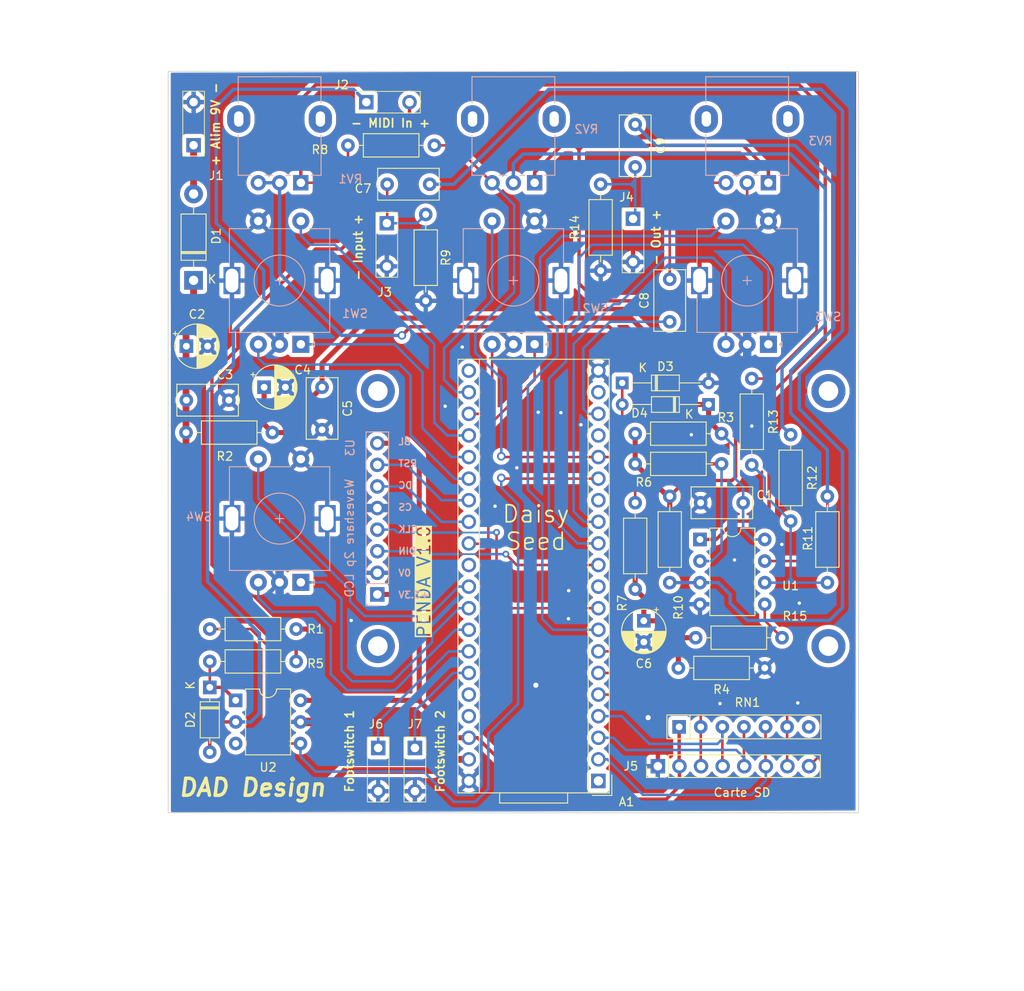
<source format=kicad_pcb>
(kicad_pcb (version 20240108) (generator "pcbnew") (generator_version "8.0")
  (title_block (title "Daisy Pedal") (date "2024-03-12") (rev "1.0") (company "Home (DADD)"))
  (layers (0 "F.Cu" signal) (31 "B.Cu" signal) (34 "B.Paste" user) (35 "F.Paste" user) (36 "B.SilkS" user "B.Silkscreen") (37 "F.SilkS" user "F.Silkscreen") (38 "B.Mask" user) (39 "F.Mask" user) (44 "Edge.Cuts" user))
  (net 0 "")
  (net 2 "Net-(A1-SD_DATA_3)")
  (net 3 "Net-(A1-SD_DATA_2)")
  (net 4 "Net-(A1-SD_DATA_1)")
  (net 5 "Net-(A1-SD_DATA_0)")
  (net 6 "Net-(A1-SD_CMD)")
  (net 7 "Net-(A1-SD_CLK)")
  (net 8 "/D7")
  (net 9 "SCK")
  (net 11 "MOSI")
  (net 12 "/D11")
  (net 13 "/D12")
  (net 15 "Net-(A1-USART1_RX)")
  (net 16 "Net-(A1-AUDIO_IN_1)")
  (net 18 "Net-(A1-AUDIO_OUT_1)")
  (net 20 "GND")
  (net 22 "/D15")
  (net 23 "/D16")
  (net 24 "/D17")
  (net 25 "/D18")
  (net 26 "/D19")
  (net 27 "/D20")
  (net 28 "/D21")
  (net 29 "/D22")
  (net 31 "/D24")
  (net 32 "/D25")
  (net 33 "/D26")
  (net 34 "/D27")
  (net 35 "/D28")
  (net 38 "3.3V Digi")
  (net 39 "9V Digi")
  (net 40 "9V Ana")
  (net 41 "VA")
  (net 42 "Net-(J3-+)")
  (net 43 "Net-(U1A-+)")
  (net 44 "Net-(C8-Pad2)")
  (net 45 "Net-(C9-Pad1)")
  (net 46 "Net-(J4-Pin_1)")
  (net 47 "Net-(D1-A)")
  (net 48 "Net-(D2-K)")
  (net 49 "Net-(D2-A)")
  (net 50 "Net-(J2-Pin_2)")
  (net 51 "Net-(U1A--)")
  (net 52 "Net-(R8-Pad1)")
  (net 53 "Net-(U1B--)")
  (net 54 "Net-(R12-Pad2)")
  (net 55 "Net-(R13-Pad2)")
  (net 56 "Net-(U1B-+)")
  (footprint "Resistor_THT:R_Axial_DIN0207_L6.3mm_D2.5mm_P10.16mm_Horizontal" (layer "F.Cu") (at 98.044 75.692 90)
    (property "Reference" "R13")
    (property "Value" "4.7K")
  )
  (footprint "Diode_THT:D_DO-34_SOD68_P10.16mm_Horizontal" (layer "F.Cu") (at 92.964 68.58 180)
    (property "Reference" "D4")
    (property "Value" "6.8 V")
  )
  (footprint "Resistor_THT:R_Axial_DIN0207_L6.3mm_D2.5mm_P10.16mm_Horizontal" (layer "F.Cu") (at 31.496 71.882)
    (property "Reference" "R2")
    (property "Value" "100")
  )
  (footprint "Module:Electrosmith_Daisy_Seed" (layer "F.Cu") (at 80 112.86 180)
    (property "Reference" "A1")
    (property "Value" "Electrosmith_Daisy_Seed")
  )
  (footprint "Diode_THT:D_DO-35_SOD27_P7.62mm_Horizontal" (layer "F.Cu") (at 34.29 101.854 -90)
    (property "Reference" "D2")
    (property "Value" "1N914")
  )
  (footprint "Resistor_THT:R_Axial_DIN0207_L6.3mm_D2.5mm_P10.16mm_Horizontal" (layer "F.Cu") (at 80.264 42.672 -90)
    (property "Reference" "R14")
    (property "Value" "100k")
  )
  (footprint "Resistor_THT:R_Axial_DIN0207_L6.3mm_D2.5mm_P10.16mm_Horizontal" (layer "F.Cu") (at 94.488 72.009 180)
    (property "Reference" "R3")
    (property "Value" "4.7k")
  )
  (footprint "Capacitor_THT:C_Rect_L7.0mm_W3.5mm_P5.00mm" (layer "F.Cu") (at 55.158 42.672)
    (property "Reference" "C7")
    (property "Value" "220n")
  )
  (footprint "Package_DIP:DIP-6_W7.62mm" (layer "F.Cu") (at 37.338 103.378)
    (property "Reference" "U2")
    (property "Value" "H11L1")
  )
  (footprint "Diode_THT:D_DO-41_SOD81_P10.16mm_Horizontal" (layer "F.Cu") (at 32.385 53.975 90)
    (property "Reference" "D1")
    (property "Value" "1N5818")
  )
  (footprint "@Perso:PinHeader_1x02_P5.08mm_Vertical" (layer "F.Cu") (at 52.705 33.02 90)
    (property "Reference" "J2")
    (property "Value" "Jack MIDI")
  )
  (footprint "@Perso:PinHeader_1x02_P5.08mm_Vertical" (layer "F.Cu") (at 58.42 108.981)
    (property "Reference" "J7")
    (property "Value" "Switch 2")
  )
  (footprint "Capacitor_THT:C_Rect_L7.0mm_W3.5mm_P5.00mm" (layer "F.Cu") (at 88.392 58.848 90)
    (property "Reference" "C8")
    (property "Value" "470n")
  )
  (footprint "Capacitor_THT:CP_Radial_D5.0mm_P2.50mm" (layer "F.Cu") (at 31.536 61.722)
    (property "Reference" "C2")
    (property "Value" "100u")
  )
  (footprint "Resistor_THT:R_Axial_DIN0207_L6.3mm_D2.5mm_P10.16mm_Horizontal" (layer "F.Cu") (at 88.392 89.535 90)
    (property "Reference" "R10")
    (property "Value" "1M")
  )
  (footprint "Resistor_THT:R_Axial_DIN0207_L6.3mm_D2.5mm_P10.16mm_Horizontal" (layer "F.Cu") (at 102.616 82.296 90)
    (property "Reference" "R12")
    (property "Value" "4.7K")
  )
  (footprint "Capacitor_THT:CP_Radial_D5.0mm_P2.50mm" (layer "F.Cu") (at 40.68 66.548)
    (property "Reference" "C4")
    (property "Value" "100u")
  )
  (footprint "Resistor_THT:R_Axial_DIN0207_L6.3mm_D2.5mm_P10.16mm_Horizontal" (layer "F.Cu") (at 84.328 80.137 -90)
    (property "Reference" "R7")
    (property "Value" "10k")
  )
  (footprint "Capacitor_THT:C_Rect_L7.0mm_W3.5mm_P5.00mm" (layer "F.Cu") (at 47.498 66.548 -90)
    (property "Reference" "C5")
    (property "Value" "100n")
  )
  (footprint "Connector_PinHeader_2.54mm:PinHeader_1x08_P2.54mm_Vertical" (layer "F.Cu") (at 86.995 111.125 90)
    (property "Reference" "J5")
    (property "Value" "Carte SD")
  )
  (footprint "@Perso:PinHeader_1x02_P5.08mm_Vertical" (layer "F.Cu") (at 55.118 47.259)
    (property "Reference" "J3")
    (property "Value" "In")
  )
  (footprint "Resistor_THT:R_Axial_DIN0207_L6.3mm_D2.5mm_P10.16mm_Horizontal" (layer "F.Cu") (at 34.29 94.996)
    (property "Reference" "R1")
    (property "Value" "470")
  )
  (footprint "Resistor_THT:R_Axial_DIN0207_L6.3mm_D2.5mm_P10.16mm_Horizontal" (layer "F.Cu") (at 84.328 75.565)
    (property "Reference" "R6")
    (property "Value" "2.2k")
  )
  (footprint "@Perso:PinHeader_1x02_P5.08mm_Vertical" (layer "F.Cu") (at 32.385 38.085 180)
    (property "Reference" "J1")
    (property "Value" "Alim 9v")
  )
  (footprint "Resistor_THT:R_Axial_DIN0207_L6.3mm_D2.5mm_P10.16mm_Horizontal" (layer "F.Cu") (at 50.546 38.1)
    (property "Reference" "R8")
    (property "Value" "10k")
  )
  (footprint "Diode_THT:D_DO-34_SOD68_P10.16mm_Horizontal" (layer "F.Cu") (at 82.804 66.04)
    (property "Reference" "D3")
    (property "Value" "6.8 V")
  )
  (footprint "Capacitor_THT:C_Rect_L7.0mm_W3.5mm_P5.00mm" (layer "F.Cu") (at 97.028 80.137 180)
    (property "Reference" "C1")
    (property "Value" "10n")
  )
  (footprint "Capacitor_THT:CP_Radial_D5.0mm_P2.50mm" (layer "F.Cu") (at 85.344 94.02 -90)
    (property "Reference" "C6")
    (property "Value" "100u")
  )
  (footprint "Capacitor_THT:C_Rect_L7.0mm_W3.5mm_P5.00mm" (layer "F.Cu") (at 84.328 35.64 -90)
    (property "Reference" "C9")
    (property "Value" "470n")
  )
  (footprint "Capacitor_THT:C_Rect_L7.0mm_W3.5mm_P5.00mm" (layer "F.Cu") (at 31.536 68.072)
    (property "Reference" "C3")
    (property "Value" "100n")
  )
  (footprint "Package_DIP:DIP-8_W7.62mm" (layer "F.Cu") (at 91.948 84.455)
    (property "Reference" "U1")
    (property "Value" "TL072")
  )
  (footprint "@Perso:PinHeader_1x02_P5.08mm_Vertical" (layer "F.Cu") (at 84.074 46.736)
    (property "Reference" "J4")
    (property "Value" "Out")
  )
  (footprint "Resistor_THT:R_Axial_DIN0207_L6.3mm_D2.5mm_P10.16mm_Horizontal" (layer "F.Cu") (at 59.69 46.228 -90)
    (property "Reference" "R9")
    (property "Value" "1M")
  )
  (footprint "Resistor_THT:R_Axial_DIN0207_L6.3mm_D2.5mm_P10.16mm_Horizontal" (layer "F.Cu") (at 91.44 96.012)
    (property "Reference" "R15")
    (property "Value" "1M" (hide yes))
  )
  (footprint "@Perso:PinHeader_1x02_P5.08mm_Vertical" (layer "F.Cu") (at 54.102 108.981)
    (property "Reference" "J6")
    (property "Value" "Switch 1")
  )
  (footprint "Resistor_THT:R_Array_SIP7" (layer "F.Cu") (at 89.5 106.5)
    (property "Reference" "RN1")
    (property "Value" "47K" (hide yes))
  )
  (footprint "Resistor_THT:R_Axial_DIN0207_L6.3mm_D2.5mm_P10.16mm_Horizontal" (layer "F.Cu") (at 99.568 99.568 180)
    (property "Reference" "R4")
    (property "Value" "4.7k")
  )
  (footprint "Resistor_THT:R_Axial_DIN0207_L6.3mm_D2.5mm_P10.16mm_Horizontal" (layer "F.Cu") (at 106.934 79.375 -90)
    (property "Reference" "R11")
    (property "Value" "4.7K")
  )
  (footprint "Resistor_THT:R_Axial_DIN0207_L6.3mm_D2.5mm_P10.16mm_Horizontal" (layer "F.Cu") (at 34.29 98.806)
    (property "Reference" "R5")
    (property "Value" "220")
  )
  (footprint "@Perso:RotaryEncoder_Alps_EC11E-Switch_Vertical_H20mm_Center" (layer "B.Cu") (at 42.5 82 90)
    (property "Reference" "SW4")
    (property "Value" "Main")
  )
  (footprint "@Perso:Potentiometer_Alpha_RD901F-40-00D_Single_Vertical_Center" (layer "B.Cu") (at 45 42.5 90)
    (property "Reference" "RV1")
    (property "Value" "22k")
  )
  (footprint "@Perso:Potentiometer_Alpha_RD901F-40-00D_Single_Vertical_Center" (layer "B.Cu") (at 72.5 42.5 90)
    (property "Reference" "RV2")
    (property "Value" "47k")
  )
  (footprint "@Perso:RotaryEncoder_Alps_EC11E-Switch_Vertical_H20mm_Center" (layer "B.Cu") (at 42.5 54 90)
    (property "Reference" "SW1")
    (property "Value" "Param 1")
  )
  (footprint "@Perso:RotaryEncoder_Alps_EC11E-Switch_Vertical_H20mm_Center" (layer "B.Cu") (at 70 54 90)
    (property "Reference" "SW2")
    (property "Value" "Param 2")
  )
  (footprint "@Perso:RotaryEncoder_Alps_EC11E-Switch_Vertical_H20mm_Center" (layer "B.Cu") (at 97.5 54 90)
    (property "Reference" "SW3")
    (property "Value" "Param 3")
  )
  (footprint "@Perso:Potentiometer_Alpha_RD901F-40-00D_Single_Vertical_Center" (layer "B.Cu") (at 100 42.5 90)
    (property "Reference" "RV3")
    (property "Value" "47k")
  )
  (footprint "@Perso:Waveshare 2 p LCD V2" (layer "B.Cu") (at 54.06 82)
    (property "Reference" "U3")
    (property "Value" "~")
  )
  (gr_rect (start 29.4 29.4) (end 110.6 116.6) (stroke (width 0.1)) (fill none) (layer "Edge.Cuts"))
  (gr_text "BL\n\nRST\n\nDC\n\nCS\n\nCLK\n\nDIN\n\n0V\n\n+3.3V" (at 56.388 91.44 0) (layer "B.SilkS") (effects (font (size 0.8 0.8) (thickness 0.16) (bold yes)) (justify right bottom mirror)))
  (gr_text "Waveshare 2p LCD" (at 51.308 77.216 90) (layer "B.SilkS") (effects (font (size 1 1)) (justify left bottom mirror)))
  (gr_text " - Out +" (at 87.376 53.086 90) (layer "F.SilkS") (effects (font (size 1 1) (thickness 0.2) (bold yes)) (justify left bottom)))
  (gr_text "- MIDI In +" (at 50.8 36.068 0) (layer "F.SilkS") (effects (font (size 1 1) (thickness 0.2) (bold yes)) (justify left bottom)))
  (gr_text " - Input +" (at 52.324 54.864 90) (layer "F.SilkS") (effects (font (size 1 1) (thickness 0.2) (bold yes)) (justify left bottom)))
  (gr_text "Carte SD" (at 93.472 114.808 0) (layer "F.SilkS") (effects (font (size 1 1)) (justify left bottom)))
  (gr_text "+ Alim 9V -" (at 35.56 40.64 90) (layer "F.SilkS") (effects (font (size 1 1) (thickness 0.2) (bold yes)) (justify left bottom)))
  (gr_text "Footswitch 2" (at 61.976 114.3 90) (layer "F.SilkS") (effects (font (size 1 1) (thickness 0.2) (bold yes)) (justify left bottom)))
  (gr_text "PENDA V1.0" (at 60.3504 96.1644 90) (layer "F.SilkS" knockout) (effects (font (size 1.5 1.5) (thickness 0.2) (bold yes)) (justify left bottom)))
  (gr_text "Daisy\nSeed" (at 72.644 85.852 0) (layer "F.SilkS") (effects (font (size 2 2) (thickness 0.2) (bold yes)) (justify bottom)))
  (gr_text "DAD Design" (at 30.48 114.808 0) (layer "F.SilkS") (effects (font (size 2 2) (thickness 0.4) (bold yes) (italic yes)) (justify left bottom)))
  (gr_text "Footswitch 1" (at 51.308 114.3 90) (layer "F.SilkS") (effects (font (size 1 1) (thickness 0.2) (bold yes)) (justify left bottom)))
  (segment (start 99.66 106.5) (end 99.66 111.09) (width 0.3) (layer "F.Cu") (net 2))
  (segment (start 99.66 111.09) (end 99.695 111.125) (width 0.3) (layer "F.Cu") (net 2))
  (segment (start 99.695 112.805) (end 98 114.5) (width 0.3) (layer "B.Cu") (net 2))
  (segment (start 98 114.5) (end 85.25 114.5) (width 0.3) (layer "B.Cu") (net 2))
  (segment (start 99.695 111.125) (end 99.695 112.805) (width 0.3) (layer "B.Cu") (net 2))
  (segment (start 81.07 110.32) (end 80 110.32) (width 0.3) (layer "B.Cu") (net 2))
  (segment (start 85.25 114.5) (end 81.07 110.32) (width 0.3) (layer "B.Cu") (net 2))
  (segment (start 97.12 111.09) (end 97.155 111.125) (width 0.3) (layer "F.Cu") (net 3))
  (segment (start 97.12 106.5) (end 97.12 111.09) (width 0.3) (layer "F.Cu") (net 3))
  (segment (start 81.78 107.78) (end 80 107.78) (width 0.3) (layer "B.Cu") (net 3))
  (segment (start 96.22 109.22) (end 83.22 109.22) (width 0.3) (layer "B.Cu") (net 3))
  (segment (start 97.155 110.155) (end 96.22 109.22) (width 0.3) (layer "B.Cu") (net 3))
  (segment (start 97.155 111.125) (end 97.155 110.155) (width 0.3) (layer "B.Cu") (net 3))
  (segment (start 83.22 109.22) (end 81.78 107.78) (width 0.3) (layer "B.Cu") (net 3))
  (segment (start 94.58 106.5) (end 94.58 111.09) (width 0.3) (layer "F.Cu") (net 4))
  (segment (start 94.58 111.09) (end 94.615 111.125) (width 0.3) (layer "F.Cu") (net 4))
  (segment (start 80 105.24) (end 82.74 105.24) (width 0.3) (layer "B.Cu") (net 4))
  (segment (start 86 108.5) (end 94 108.5) (width 0.3) (layer "B.Cu") (net 4))
  (segment (start 94.58 106.5) (end 94.58 107.92) (width 0.3) (layer "B.Cu") (net 4))
  (segment (start 94.58 107.92) (end 94 108.5) (width 0.3) (layer "B.Cu") (net 4))
  (segment (start 82.74 105.24) (end 86 108.5) (width 0.3) (layer "B.Cu") (net 4))
  (segment (start 92.04 111.09) (end 92.075 111.125) (width 0.3) (layer "F.Cu") (net 5))
  (segment (start 92.04 106.5) (end 92.04 105.04) (width 0.3) (layer "F.Cu") (net 5))
  (segment (start 90.5 103.5) (end 82 103.5) (width 0.3) (layer "F.Cu") (net 5))
  (segment (start 82 103.5) (end 81.2 102.7) (width 0.3) (layer "F.Cu") (net 5))
  (segment (start 92.04 105.04) (end 90.5 103.5) (width 0.3) (layer "F.Cu") (net 5))
  (segment (start 92.04 106.5) (end 92.04 111.09) (width 0.3) (layer "F.Cu") (net 5))
  (segment (start 81.2 102.7) (end 80 102.7) (width 0.3) (layer "F.Cu") (net 5))
  (segment (start 102.2 106.5) (end 102.2 105.2) (width 0.3) (layer "F.Cu") (net 6))
  (segment (start 102.2 111.09) (end 102.235 111.125) (width 0.3) (layer "F.Cu") (net 6))
  (segment (start 102.2 106.5) (end 102.2 111.09) (width 0.3) (layer "F.Cu") (net 6))
  (segment (start 102.2 105.2) (end 99.5 102.5) (width 0.3) (layer "F.Cu") (net 6))
  (segment (start 99.5 102.5) (end 83.75 102.5) (width 0.3) (layer "F.Cu") (net 6))
  (segment (start 81.41 100.16) (end 80 100.16) (width 0.3) (layer "F.Cu") (net 6))
  (segment (start 83.75 102.5) (end 81.41 100.16) (width 0.3) (layer "F.Cu") (net 6))
  (segment (start 104.775 111.125) (end 107 108.9) (width 0.3) (layer "F.Cu") (net 7))
  (segment (start 81.62 97.62) (end 80 97.62) (width 0.3) (layer "F.Cu") (net 7))
  (segment (start 85.5 101.5) (end 81.62 97.62) (width 0.3) (layer "F.Cu") (net 7))
  (segment (start 103.5 101.5) (end 85.5 101.5) (width 0.3) (layer "F.Cu") (net 7))
  (segment (start 107 105) (end 103.5 101.5) (width 0.3) (layer "F.Cu") (net 7))
  (segment (start 107 108.9) (end 107 105) (width 0.3) (layer "F.Cu") (net 7))
  (segment (start 74.6838 95.08) (end 80 95.08) (width 0.3) (layer "B.Cu") (net 8))
  (segment (start 71.7042 66.3448) (end 71.7042 78.5876) (width 0.3) (layer "B.Cu") (net 8))
  (segment (start 73.152 51.308) (end 73.152 57.658) (width 0.3) (layer "B.Cu") (net 8))
  (segment (start 93.232 48.768) (end 75.692 48.768) (width 0.3) (layer "B.Cu") (net 8))
  (segment (start 71.7042 78.5876) (end 73.406 80.2894) (width 0.3) (layer "B.Cu") (net 8))
  (segment (start 95 47) (end 93.232 48.768) (width 0.3) (layer "B.Cu") (net 8))
  (segment (start 75.184 62.865) (end 71.7042 66.3448) (width 0.3) (layer "B.Cu") (net 8))
  (segment (start 73.152 57.658) (end 75.184 59.69) (width 0.3) (layer "B.Cu") (net 8))
  (segment (start 73.406 80.2894) (end 73.406 93.8022) (width 0.3) (layer "B.Cu") (net 8))
  (segment (start 73.406 93.8022) (end 74.6838 95.08) (width 0.3) (layer "B.Cu") (net 8))
  (segment (start 75.692 48.768) (end 73.152 51.308) (width 0.3) (layer "B.Cu") (net 8))
  (segment (start 75.184 59.69) (end 75.184 62.865) (width 0.3) (layer "B.Cu") (net 8))
  (segment (start 68.0212 90.805) (end 69.7562 92.54) (width 0.3) (layer "F.Cu") (net 9))
  (segment (start 69.7562 92.54) (end 80 92.54) (width 0.3) (layer "F.Cu") (net 9))
  (segment (start 68.0212 83.6168) (end 68.0212 90.805) (width 0.3) (layer "F.Cu") (net 9))
  (via (at 68.0212 83.6168) (size 0.8) (drill 0.4) (layers "F.Cu" "B.Cu") (net 9))
  (segment (start 67.945 83.6422) (end 67.9196 83.6422) (width 0.3) (layer "B.Cu") (net 9))
  (segment (start 67.9958 83.6422) (end 68.0212 83.6168) (width 0.3) (layer "B.Cu") (net 9))
  (segment (start 54 83.3) (end 56.0204 83.3) (width 0.3) (layer "B.Cu") (net 9))
  (segment (start 63.4746 83.6422) (end 66.0146 83.6422) (width 0.2) (layer "B.Cu") (net 9))
  (segment (start 56.0204 83.3) (end 56.3626 83.6422) (width 0.3) (layer "B.Cu") (net 9))
  (segment (start 66.0146 83.6422) (end 67.9958 83.6422) (width 0.3) (layer "B.Cu") (net 9))
  (segment (start 56.3626 83.6422) (end 63.4746 83.6422) (width 0.3) (layer "B.Cu") (net 9))
  (segment (start 68.0212 83.6168) (end 67.945 83.6422) (width 0.3) (layer "B.Cu") (net 9))
  (segment (start 67.8942 83.6422) (end 68.0212 83.6168) (width 0.3) (layer "B.Cu") (net 9))
  (segment (start 66.0146 83.6422) (end 67.8942 83.6422) (width 0.2) (layer "B.Cu") (net 9))
  (segment (start 70.3834 87.4522) (end 70.5612 87.4522) (width 0.3) (layer "F.Cu") (net 11))
  (segment (start 70.5612 87.4522) (end 70.569 87.46) (width 0.3) (layer "F.Cu") (net 11))
  (segment (start 70.569 87.46) (end 80 87.46) (width 0.3) (layer "F.Cu") (net 11))
  (segment (start 69.1134 86.1822) (end 70.3834 87.4522) (width 0.3) (layer "F.Cu") (net 11))
  (via (at 69.1134 86.1822) (size 0.8) (drill 0.4) (layers "F.Cu" "B.Cu") (net 11))
  (segment (start 54 85.84) (end 59.9066 85.84) (width 0.3) (layer "B.Cu") (net 11))
  (segment (start 63.3222 86.1822) (end 66.0146 86.1822) (width 0.2) (layer "B.Cu") (net 11))
  (segment (start 59.9066 85.84) (end 60.2488 86.1822) (width 0.3) (layer "B.Cu") (net 11))
  (segment (start 60.2488 86.1822) (end 63.3222 86.1822) (width 0.3) (layer "B.Cu") (net 11))
  (segment (start 66.0146 86.1822) (end 69.1134 86.1822) (width 0.3) (layer "B.Cu") (net 11))
  (segment (start 76.2 59.7154) (end 76.2 63.5) (width 0.3) (layer "B.Cu") (net 12))
  (segment (start 100 61.5) (end 100 52.756) (width 0.3) (layer "B.Cu") (net 12))
  (segment (start 100 52.756) (end 97.028 49.784) (width 0.3) (layer "B.Cu") (net 12))
  (segment (start 76.2 63.5) (end 74.168 65.532) (width 0.3) (layer "B.Cu") (net 12))
  (segment (start 74.168 65.532) (end 74.168 81.534) (width 0.3) (layer "B.Cu") (net 12))
  (segment (start 77.554 84.92) (end 80 84.92) (width 0.3) (layer "B.Cu") (net 12))
  (segment (start 77.724 58.1914) (end 76.2 59.7154) (width 0.3) (layer "B.Cu") (net 12))
  (segment (start 97.028 49.784) (end 79.248 49.784) (width 0.3) (layer "B.Cu") (net 12))
  (segment (start 74.168 81.534) (end 77.554 84.92) (width 0.3) (layer "B.Cu") (net 12))
  (segment (start 79.248 49.784) (end 77.724 51.308) (width 0.3) (layer "B.Cu") (net 12))
  (segment (start 77.724 51.308) (end 77.724 58.1914) (width 0.3) (layer "B.Cu") (net 12))
  (segment (start 80 82.38) (end 78.316 82.38) (width 0.3) (layer "B.Cu") (net 13))
  (segment (start 77.089 61.468) (end 81.788 56.769) (width 0.3) (layer "B.Cu") (net 13))
  (segment (start 82.423 56.769) (end 81.788 56.769) (width 0.3) (layer "B.Cu") (net 13))
  (segment (start 93.472 51.308) (end 87.884 51.308) (width 0.3) (layer "B.Cu") (net 13))
  (segment (start 78.316 82.38) (end 77.089 81.153) (width 0.3) (layer "B.Cu") (net 13))
  (segment (start 95 52.836) (end 93.472 51.308) (width 0.3) (layer "B.Cu") (net 13))
  (segment (start 95 52.836) (end 95 61.5) (width 0.3) (layer "B.Cu") (net 13))
  (segment (start 87.884 51.308) (end 82.423 56.769) (width 0.3) (layer "B.Cu") (net 13))
  (segment (start 77.089 81.153) (end 77.089 61.468) (width 0.3) (layer "B.Cu") (net 13))
  (segment (start 42.926 108.458) (end 44.958 108.458) (width 0.3) (layer "F.Cu") (net 15))
  (segment (start 34.29 94.996) (end 39.116 94.996) (width 0.3) (layer "F.Cu") (net 15))
  (segment (start 68.664 77.3) (end 80 77.3) (width 0.3) (layer "F.Cu") (net 15))
  (segment (start 39.116 94.996) (end 41.148 97.028) (width 0.3) (layer "F.Cu") (net 15))
  (segment (start 68.58 77.216) (end 68.664 77.3) (width 0.3) (layer "F.Cu") (net 15))
  (segment (start 41.148 106.68) (end 42.926 108.458) (width 0.3) (layer "F.Cu") (net 15))
  (segment (start 41.148 97.028) (end 41.148 106.68) (width 0.3) (layer "F.Cu") (net 15))
  (via (at 68.58 77.216) (size 1) (drill 0.6) (layers "F.Cu" "B.Cu") (net 15))
  (segment (start 46.736 111.76) (end 44.958 109.982) (width 0.3) (layer "B.Cu") (net 15))
  (segment (start 68.58 78.359) (end 70.5612 80.3402) (width 0.3) (layer "B.Cu") (net 15))
  (segment (start 70.5612 103.8098) (end 67.056 107.315) (width 0.3) (layer "B.Cu") (net 15))
  (segment (start 62.992 115.316) (end 59.436 111.76) (width 0.3) (layer "B.Cu") (net 15))
  (segment (start 70.5612 80.3402) (end 70.5612 103.8098) (width 0.3) (layer "B.Cu") (net 15))
  (segment (start 68.58 77.216) (end 68.58 78.359) (width 0.3) (layer "B.Cu") (net 15))
  (segment (start 65.532 115.316) (end 62.992 115.316) (width 0.3) (layer "B.Cu") (net 15))
  (segment (start 67.056 107.315) (end 67.056 113.792) (width 0.3) (layer "B.Cu") (net 15))
  (segment (start 59.436 111.76) (end 46.736 111.76) (width 0.3) (layer "B.Cu") (net 15))
  (segment (start 67.056 113.792) (end 65.532 115.316) (width 0.3) (layer "B.Cu") (net 15))
  (segment (start 44.958 109.982) (end 44.958 108.458) (width 0.3) (layer "B.Cu") (net 15))
  (segment (start 82.296 74.168) (end 82.296 74.676) (width 0.3) (layer "F.Cu") (net 16))
  (segment (start 82.804 66.04) (end 82.804 68.58) (width 0.3) (layer "F.Cu") (net 16))
  (segment (start 82.804 70.104) (end 82.296 70.612) (width 0.3) (layer "F.Cu") (net 16))
  (segment (start 63.1 38.1) (end 67.5 42.5) (width 0.3) (layer "F.Cu") (net 16))
  (segment (start 81.872 74.76) (end 82.296 75.184) (width 0.3) (layer "F.Cu") (net 16))
  (segment (start 68.58 74.676) (end 68.664 74.76) (width 0.3) (layer "F.Cu") (net 16))
  (segment (start 82.804 68.58) (end 82.804 70.104) (width 0.3) (layer "F.Cu") (net 16))
  (segment (start 81.788 74.76) (end 82.212 74.76) (width 0.3) (layer "F.Cu") (net 16))
  (segment (start 82.296 74.676) (end 82.296 75.184) (width 0.3) (layer "F.Cu") (net 16))
  (segment (start 82.212 74.76) (end 82.296 74.676) (width 0.3) (layer "F.Cu") (net 16))
  (segment (start 82.296 74.168) (end 82.296 74.252) (width 0.3) (layer "F.Cu") (net 16))
  (segment (start 80 74.76) (end 81.788 74.76) (width 0.3) (layer "F.Cu") (net 16))
  (segment (start 82.296 74.252) (end 81.788 74.76) (width 0.3) (layer "F.Cu") (net 16))
  (segment (start 84.328 78.74) (end 84.328 80.137) (width 0.3) (layer "F.Cu") (net 16))
  (segment (start 81.788 74.76) (end 81.872 74.76) (width 0.3) (layer "F.Cu") (net 16))
  (segment (start 82.296 76.708) (end 84.328 78.74) (width 0.3) (layer "F.Cu") (net 16))
  (segment (start 68.664 74.76) (end 80 74.76) (width 0.3) (layer "F.Cu") (net 16))
  (segment (start 82.296 70.612) (end 82.296 74.168) (width 0.3) (layer "F.Cu") (net 16))
  (segment (start 60.706 38.1) (end 63.1 38.1) (width 0.3) (layer "F.Cu") (net 16))
  (segment (start 82.296 75.184) (end 82.296 76.708) (width 0.3) (layer "F.Cu") (net 16))
  (via (at 68.58 74.676) (size 1) (drill 0.6) (layers "F.Cu" "B.Cu") (net 16))
  (segment (start 65.532 59.944) (end 70.104 55.372) (width 0.3) (layer "B.Cu") (net 16))
  (segment (start 70.104 45.104) (end 67.5 42.5) (width 0.3) (layer "B.Cu") (net 16))
  (segment (start 68.58 65.532) (end 65.532 62.484) (width 0.3) (layer "B.Cu") (net 16))
  (segment (start 70.104 55.372) (end 70.104 45.104) (width 0.3) (layer "B.Cu") (net 16))
  (segment (start 68.58 74.676) (end 68.58 65.532) (width 0.3) (layer "B.Cu") (net 16))
  (segment (start 65.532 62.484) (end 65.532 59.944) (width 0.3) (layer "B.Cu") (net 16))
  (segment (start 81.36 58.848) (end 81.28 58.928) (width 0.3) (layer "B.Cu") (net 18))
  (segment (start 81.28 58.928) (end 78.232 61.976) (width 0.3) (layer "B.Cu") (net 18))
  (segment (start 88.392 58.848) (end 81.36 58.848) (width 0.3) (layer "B.Cu") (net 18))
  (segment (start 78.232 61.976) (end 78.232 69.088) (width 0.3) (layer "B.Cu") (net 18))
  (segment (start 78.824 69.68) (end 80 69.68) (width 0.3) (layer "B.Cu") (net 18))
  (segment (start 78.232 69.088) (end 78.824 69.68) (width 0.3) (layer "B.Cu") (net 18))
  (segment (start 44.958 105.918) (end 47.498 105.918) (width 1) (layer "F.Cu") (net 20))
  (via (at 90.932 72.136) (size 0.8) (drill 0.4) (layers "F.Cu" "B.Cu") (net 20))
  (via (at 101.5746 85.0392) (size 0.8) (drill 0.4) (layers "F.Cu" "B.Cu") (net 20))
  (via (at 94.3102 103.759) (size 0.8) (drill 0.4) (layers "F.Cu" "B.Cu") (net 20))
  (via (at 103.4542 103.6828) (size 0.8) (drill 0.4) (layers "F.Cu" "B.Cu") (net 20))
  (via (at 72.644 101.6) (size 1) (drill 0.6) (layers "F.Cu" "B.Cu") (net 20))
  (via (at 85.852 105.41) (size 1) (drill 0.6) (layers "F.Cu" "B.Cu") (net 20))
  (via (at 103.632 91.948) (size 0.8) (drill 0.4) (layers "F.Cu" "B.Cu") (net 20))
  (via (at 96.012 86.868) (size 0.8) (drill 0.4) (layers "F.Cu" "B.Cu") (net 20))
  (via (at 76.4794 93.7768) (size 0.8) (drill 0.4) (layers "F.Cu" "B.Cu") (net 20))
  (via (at 50.927 93.98) (size 0.8) (drill 0.4) (layers "F.Cu" "B.Cu") (net 20))
  (via (at 76.5048 90.4748) (size 0.8) (drill 0.4) (layers "F.Cu" "B.Cu") (net 20))
  (via (at 63.9826 61.8236) (size 0.8) (drill 0.4) (layers "F.Cu" "B.Cu") (net 20))
  (via (at 77.9526 70.9676) (size 0.8) (drill 0.4) (layers "F.Cu" "B.Cu") (net 20))
  (via (at 70.4088 76.0222) (size 0.8) (drill 0.4) (layers "F.Cu" "B.Cu") (net 20))
  (via (at 67.8434 80.5434) (size 0.8) (drill 0.4) (layers "F.Cu" "B.Cu") (net 20))
  (via (at 75.5904 69.5452) (size 0.8) (drill 0.4) (layers "F.Cu" "B.Cu") (net 20))
  (via (at 61.976 68.7832) (size 0.8) (drill 0.4) (layers "F.Cu" "B.Cu") (net 20))
  (via (at 72.9234 69.4944) (size 0.8) (drill 0.4) (layers "F.Cu" "B.Cu") (net 20))
  (via (at 98.044 71.12) (size 0.8) (drill 0.4) (layers "F.Cu" "B.Cu") (net 20))
  (segment (start 42.5 61.5) (end 42.5 58.756) (width 1) (layer "B.Cu") (net 20))
  (segment (start 42.5 87.712) (end 42.5 89.5) (width 1) (layer "B.Cu") (net 20))
  (segment (start 42.5 58.756) (end 42.164 58.42) (width 1) (layer "B.Cu") (net 20))
  (segment (start 42.5 89.5) (end 42.5 91.268) (width 1) (layer "B.Cu") (net 20))
  (segment (start 54 80.76) (end 55.868 80.76) (width 1) (layer "B.Cu") (net 20))
  (segment (start 42.672 91.44) (end 42.5 91.268) (width 1) (layer "B.Cu") (net 20))
  (segment (start 97.5 62.956) (end 97.5 61.5) (width 1) (layer "B.Cu") (net 20))
  (segment (start 97.5 62.956) (end 97.536 62.992) (width 1) (layer "B.Cu") (net 20))
  (segment (start 51.828 80.76) (end 54 80.76) (width 1) (layer "B.Cu") (net 20))
  (segment (start 42.5 87.712) (end 42.164 87.376) (width 1) (layer "B.Cu") (net 20))
  (segment (start 51.828 80.76) (end 51.816 80.772) (width 1) (layer "B.Cu") (net 20))
  (segment (start 97.5 61.5) (end 97.5 58.964) (width 1) (layer "B.Cu") (net 20))
  (segment (start 55.868 80.76) (end 55.88 80.772) (width 1) (layer "B.Cu") (net 20))
  (segment (start 67.5 47) (end 67.5 56.325) (width 0.3) (layer "B.Cu") (net 22))
  (segment (start 67.5 56.325) (end 61.849 61.976) (width 0.3) (layer "B.Cu") (net 22))
  (segment (start 63.33 67.14) (end 64.76 67.14) (width 0.3) (layer "B.Cu") (net 22))
  (segment (start 61.849 61.976) (end 61.849 65.659) (width 0.3) (layer "B.Cu") (net 22))
  (segment (start 61.849 65.659) (end 63.33 67.14) (width 0.3) (layer "B.Cu") (net 22))
  (segment (start 66.929 69.723) (end 67.5 69.152) (width 0.3) (layer "F.Cu") (net 23))
  (segment (start 66.886 69.68) (end 66.929 69.723) (width 0.3) (layer "F.Cu") (net 23))
  (segment (start 64.76 69.68) (end 66.886 69.68) (width 0.3) (layer "F.Cu") (net 23))
  (segment (start 67.5 69.152) (end 67.5 61.5) (width 0.3) (layer "F.Cu") (net 23))
  (segment (start 46.101 49.784) (end 49.022 49.784) (width 0.3) (layer "B.Cu") (net 24))
  (segment (start 49.022 49.784) (end 60.706 61.468) (width 0.3) (layer "B.Cu") (net 24))
  (segment (start 45 48.683) (end 46.101 49.784) (width 0.3) (layer "B.Cu") (net 24))
  (segment (start 62.2124 72.22) (end 64.76 72.22) (width 0.3) (layer "B.Cu") (net 24))
  (segment (start 60.706 70.7136) (end 62.2124 72.22) (width 0.3) (layer "B.Cu") (net 24))
  (segment (start 60.706 61.468) (end 60.706 70.7136) (width 0.3) (layer "B.Cu") (net 24))
  (segment (start 45 47) (end 45 48.683) (width 0.3) (layer "B.Cu") (net 24))
  (segment (start 45 61.5) (end 56.039 61.5) (width 0.3) (layer "B.Cu") (net 25))
  (segment (start 62.695 74.76) (end 64.76 74.76) (width 0.3) (layer "B.Cu") (net 25))
  (segment (start 59.309 71.374) (end 62.695 74.76) (width 0.3) (layer "B.Cu") (net 25))
  (segment (start 59.309 64.77) (end 59.309 71.374) (width 0.3) (layer "B.Cu") (net 25))
  (segment (start 56.039 61.5) (end 59.309 64.77) (width 0.3) (layer "B.Cu") (net 25))
  (segment (start 40 63.124) (end 40.503 63.627) (width 0.3) (layer "B.Cu") (net 26))
  (segment (start 40 61.5) (end 40 63.124) (width 0.3) (layer "B.Cu") (net 26))
  (segment (start 40.513 63.627) (end 40.767 63.881) (width 0.3) (layer "B.Cu") (net 26))
  (segment (start 56.642 63.881) (end 57.912 65.151) (width 0.3) (layer "B.Cu") (net 26))
  (segment (start 40.503 63.627) (end 40.513 63.627) (width 0.3) (layer "B.Cu") (net 26))
  (segment (start 40.767 63.881) (end 56.642 63.881) (width 0.3) (layer "B.Cu") (net 26))
  (segment (start 57.912 65.151) (end 57.912 72.136) (width 0.3) (layer "B.Cu") (net 26))
  (segment (start 63.076 77.3) (end 64.76 77.3) (width 0.3) (layer "B.Cu") (net 26))
  (segment (start 57.912 72.136) (end 63.076 77.3) (width 0.3) (layer "B.Cu") (net 26))
  (segment (start 57.392 75.68) (end 61.552 79.84) (width 0.3) (layer "B.Cu") (net 27))
  (segment (start 61.552 79.84) (end 64.76 79.84) (width 0.3) (layer "B.Cu") (net 27))
  (segment (start 54 75.68) (end 57.392 75.68) (width 0.3) (layer "B.Cu") (net 27))
  (segment (start 61.552 82.38) (end 64.76 82.38) (width 0.3) (layer "B.Cu") (net 28))
  (segment (start 57.392 78.22) (end 61.552 82.38) (width 0.3) (layer "B.Cu") (net 28))
  (segment (start 54 78.22) (end 57.392 78.22) (width 0.3) (layer "B.Cu") (net 28))
  (segment (start 67.056 84.328) (end 67.056 71.12) (width 0.3) (layer "F.Cu") (net 29))
  (segment (start 64.803 84.963) (end 66.421 84.963) (width 0.3) (layer "F.Cu") (net 29))
  (segment (start 64.803 84.963) (end 64.76 84.92) (width 0.25) (layer "F.Cu") (net 29))
  (segment (start 67.056 71.12) (end 72.5 65.676) (width 0.3) (layer "F.Cu") (net 29))
  (segment (start 66.421 84.963) (end 67.056 84.328) (width 0.3) (layer "F.Cu") (net 29))
  (segment (start 72.5 65.676) (end 72.5 61.5) (width 0.3) (layer "F.Cu") (net 29))
  (segment (start 40 75) (end 40 79.624) (width 0.3) (layer "B.Cu") (net 31))
  (segment (start 40 79.624) (end 50.8 90.424) (width 0.3) (layer "B.Cu") (net 31))
  (segment (start 52.523106 93.472) (end 60.085919 93.472) (width 0.3) (layer "B.Cu") (net 31))
  (segment (start 50.8 91.748894) (end 52.523106 93.472) (width 0.3) (layer "B.Cu") (net 31))
  (segment (start 63.557919 90) (end 64.76 90) (width 0.3) (layer "B.Cu") (net 31))
  (segment (start 50.8 90.424) (end 50.8 91.748894) (width 0.3) (layer "B.Cu") (net 31))
  (segment (start 60.085919 93.472) (end 63.557919 90) (width 0.3) (layer "B.Cu") (net 31))
  (segment (start 49.784 99.8728) (end 49.784 91.44) (width 0.3) (layer "B.Cu") (net 32))
  (segment (start 55.8292 101.1428) (end 51.054 101.1428) (width 0.3) (layer "B.Cu") (net 32))
  (segment (start 63.5938 92.54) (end 60.452 95.6818) (width 0.3) (layer "B.Cu") (net 32))
  (segment (start 60.452 95.6818) (end 60.452 96.52) (width 0.3) (layer "B.Cu") (net 32))
  (segment (start 49.784 91.44) (end 47.844 89.5) (width 0.3) (layer "B.Cu") (net 32))
  (segment (start 51.054 101.1428) (end 49.784 99.8728) (width 0.3) (layer "B.Cu") (net 32))
  (segment (start 47.844 89.5) (end 45 89.5) (width 0.3) (layer "B.Cu") (net 32))
  (segment (start 60.452 96.52) (end 55.8292 101.1428) (width 0.3) (layer "B.Cu") (net 32))
  (segment (start 64.76 92.54) (end 63.5938 92.54) (width 0.3) (layer "B.Cu") (net 32))
  (segment (start 41.656 92.964) (end 46.736 92.964) (width 0.3) (layer "B.Cu") (net 33))
  (segment (start 46.736 92.964) (end 48.514 94.742) (width 0.3) (layer "B.Cu") (net 33))
  (segment (start 48.514 100.2792) (end 50.419 102.1842) (width 0.3) (layer "B.Cu") (net 33))
  (segment (start 40 89.5) (end 40 91.308) (width 0.3) (layer "B.Cu") (net 33))
  (segment (start 56.0578 102.1842) (end 63.162 95.08) (width 0.3) (layer "B.Cu") (net 33))
  (segment (start 50.419 102.1842) (end 56.0578 102.1842) (width 0.3) (layer "B.Cu") (net 33))
  (segment (start 40 91.308) (end 41.656 92.964) (width 0.3) (layer "B.Cu") (net 33))
  (segment (start 48.514 94.742) (end 48.514 100.2792) (width 0.3) (layer "B.Cu") (net 33))
  (segment (start 63.162 95.08) (end 64.76 95.08) (width 0.3) (layer "B.Cu") (net 33))
  (segment (start 54.102 105.918) (end 62.4 97.62) (width 0.3) (layer "B.Cu") (net 34))
  (segment (start 54.102 108.981) (end 54.102 105.918) (width 0.3) (layer "B.Cu") (net 34))
  (segment (start 62.4 97.62) (end 64.76 97.62) (width 0.3) (layer "B.Cu") (net 34))
  (segment (start 58.42 104.648) (end 62.908 100.16) (width 0.3) (layer "B.Cu") (net 35))
  (segment (start 58.42 108.981) (end 58.42 104.648) (width 0.3) (layer "B.Cu") (net 35))
  (segment (start 62.908 100.16) (end 64.76 100.16) (width 0.3) (layer "B.Cu") (net 35))
  (segment (start 47.498 103.378) (end 46.99 103.378) (width 0.6) (layer "F.Cu") (net 38))
  (segment (start 63.28 107.78) (end 64.76 107.78) (width 0.6) (layer "F.Cu") (net 38))
  (segment (start 58.928 91.44) (end 58.928 102.87) (width 0.6) (layer "F.Cu") (net 38))
  (segment (start 58.916 90.92) (end 58.928 90.932) (width 0.6) (layer "F.Cu") (net 38))
  (segment (start 65.78 107.78) (end 73 115) (width 0.4) (layer "F.Cu") (net 38))
  (segment (start 88 115) (end 89.535 113.465) (width 0.4) (layer "F.Cu") (net 38))
  (segment (start 58.928 74.676) (end 57.392 73.14) (width 0.6) (layer "F.Cu") (net 38))
  (segment (start 89.5 106.5) (end 89.5 111.09) (width 0.4) (layer "F.Cu") (net 38))
  (segment (start 46.99 96.266) (end 46.99 102.87) (width 0.6) (layer "F.Cu") (net 38))
  (segment (start 45.72 94.996) (end 46.99 96.266) (width 0.6) (layer "F.Cu") (net 38))
  (segment (start 54 90.92) (end 58.42 90.92) (width 0.6) (layer "F.Cu") (net 38))
  (segment (start 58.928 91.428) (end 58.42 90.92) (width 0.6) (layer "F.Cu") (net 38))
  (segment (start 89.5 111.09) (end 89.535 111.125) (width 0.4) (layer "F.Cu") (net 38))
  (segment (start 58.928 102.87) (end 58.928 103.378) (width 0.6) (layer "F.Cu") (net 38))
  (segment (start 47.498 103.378) (end 46.99 102.87) (width 0.6) (layer "F.Cu") (net 38))
  (segment (start 46.482 103.378) (end 44.958 103.378) (width 0.6) (layer "F.Cu") (net 38))
  (segment (start 58.928 103.378) (end 58.928 103.428) (width 0.6) (layer "F.Cu") (net 38))
  (segment (start 46.482 103.378) (end 46.99 102.87) (width 0.6) (layer "F.Cu") (net 38))
  (segment (start 58.916 90.424) (end 58.42 90.92) (width 0.6) (layer "F.Cu") (net 38))
  (segment (start 58.928 90.424) (end 58.916 90.424) (width 0.6) (layer "F.Cu") (net 38))
  (segment (start 58.928 91.44) (end 58.928 91.428) (width 0.6) (layer "F.Cu") (net 38))
  (segment (start 58.928 103.428) (end 63.28 107.78) (width 0.6) (layer "F.Cu") (net 38))
  (segment (start 58.928 103.378) (end 58.42 103.378) (width 0.6) (layer "F.Cu") (net 38))
  (segment (start 58.928 90.424) (end 58.928 74.676) (width 0.6) (layer "F.Cu") (net 38))
  (segment (start 46.99 102.87) (end 46.99 103.378) (width 0.6) (layer "F.Cu") (net 38))
  (segment (start 58.42 90.92) (end 58.916 90.92) (width 0.6) (layer "F.Cu") (net 38))
  (segment (start 46.99 103.378) (end 46.482 103.378) (width 0.6) (layer "F.Cu") (net 38))
  (segment (start 58.42 103.378) (end 47.498 103.378) (width 0.6) (layer "F.Cu") (net 38))
  (segment (start 57.392 73.14) (end 54 73.14) (width 0.6) (layer "F.Cu") (net 38))
  (segment (start 73 115) (end 88 115) (width 0.4) (layer "F.Cu") (net 38))
  (segment (start 64.76 107.78) (end 65.78 107.78) (width 0.4) (layer "F.Cu") (net 38))
  (segment (start 89.535 113.465) (end 89.535 111.125) (width 0.4) (layer "F.Cu") (net 38))
  (segment (start 58.928 90.932) (end 58.928 90.424) (width 0.6) (layer "F.Cu") (net 38))
  (segment (start 58.928 91.44) (end 58.928 90.932) (width 0.6) (layer "F.Cu") (net 38))
  (segment (start 58.928 102.87) (end 58.42 103.378) (width 0.6) (layer "F.Cu") (net 38))
  (segment (start 44.45 94.996) (end 45.72 94.996) (width 0.6) (layer "F.Cu") (net 38))
  (segment (start 60.5028 111.633) (end 50.2158 111.633) (width 0.8) (layer "F.Cu") (net 39))
  (segment (start 31.496 57.15) (end 32.385 56.261) (width 0.8) (layer "F.Cu") (net 39))
  (segment (start 64.76 110.32) (end 61.8314 110.32) (width 0.8) (layer "F.Cu") (net 39))
  (segment (start 33.528 114.554) (end 31.496 112.522) (width 0.8) (layer "F.Cu") (net 39))
  (segment (start 47.2948 114.554) (end 33.528 114.554) (width 0.8) (layer "F.Cu") (net 39))
  (segment (start 32.385 56.261) (end 32.385 53.975) (width 0.8) (layer "F.Cu") (net 39))
  (segment (start 61.8236 110.3122) (end 60.5028 111.633) (width 0.8) (layer "F.Cu") (net 39))
  (segment (start 61.8314 110.32) (end 61.8236 110.3122) (width 0.8) (layer "F.Cu") (net 39))
  (segment (start 31.496 112.522) (end 31.496 57.15) (width 0.8) (layer "F.Cu") (net 39))
  (segment (start 50.2158 111.633) (end 47.2948 114.554) (width 0.8) (layer "F.Cu") (net 39))
  (segment (start 47.498 66.548) (end 45.212 68.834) (width 0.6) (layer "F.Cu") (net 40))
  (segment (start 52.832 58.42) (end 83.82 58.42) (width 0.6) (layer "F.Cu") (net 40))
  (segment (start 94.488 72.009) (end 92.964 70.485) (width 0.6) (layer "F.Cu") (net 40))
  (segment (start 47.498 66.548) (end 47.498 63.754) (width 0.6) (layer "F.Cu") (net 40))
  (segment (start 40.68 66.548) (end 40.68 70.906) (width 0.6) (layer "F.Cu") (net 40))
  (segment (start 89.916 68.58) (end 92.964 68.58) (width 0.6) (layer "F.Cu") (net 40))
  (segment (start 92.964 68.58) (end 92.964 70.485) (width 0.6) (layer "F.Cu") (net 40))
  (segment (start 40.68 70.906) (end 41.656 71.882) (width 0.6) (layer "F.Cu") (net 40))
  (segment (start 45.212 68.834) (end 45.212 70.866) (width 0.6) (layer "F.Cu") (net 40))
  (segment (start 88.9 67.564) (end 89.916 68.58) (width 0.6) (layer "F.Cu") (net 40))
  (segment (start 83.82 58.42) (end 88.9 63.5) (width 0.6) (layer "F.Cu") (net 40))
  (segment (start 44.196 71.882) (end 41.656 71.882) (width 0.6) (layer "F.Cu") (net 40))
  (segment (start 45.212 70.866) (end 44.196 71.882) (width 0.6) (layer "F.Cu") (net 40))
  (segment (start 47.498 63.754) (end 52.832 58.42) (width 0.6) (layer "F.Cu") (net 40))
  (segment (start 88.9 63.5) (end 88.9 67.564) (width 0.6) (layer "F.Cu") (net 40))
  (segment (start 96.012 73.533) (end 94.488 72.009) (width 0.3) (layer "B.Cu") (net 40))
  (segment (start 97.028 80.137) (end 97.028 78.232) (width 0.3) (layer "B.Cu") (net 40))
  (segment (start 99.568 84.455) (end 98.171 84.455) (width 0.3) (layer "B.Cu") (net 40))
  (segment (start 98.171 84.455) (end 97.028 83.312) (width 0.3) (layer "B.Cu") (net 40))
  (segment (start 97.028 78.232) (end 96.012 77.216) (width 0.3) (layer "B.Cu") (net 40))
  (segment (start 96.012 77.216) (end 96.012 73.533) (width 0.3) (layer "B.Cu") (net 40))
  (segment (start 97.028 83.312) (end 97.028 80.137) (width 0.3) (layer "B.Cu") (net 40))
  (segment (start 91.44 58.42) (end 91.44 61.468) (width 0.4) (layer "F.Cu") (net 41))
  (segment (start 100 41.072) (end 97.028 38.1) (width 0.4) (layer "F.Cu") (net 41))
  (segment (start 87.416 94.02) (end 89.408 96.012) (width 0.6) (layer "F.Cu") (net 41))
  (segment (start 90.2462 77.5208) (end 88.392 79.375) (width 0.4) (layer "F.Cu") (net 41))
  (segment (start 89.408 96.52) (end 89.408 99.568) (width 0.6) (layer "F.Cu") (net 41))
  (segment (start 89.408 96.012) (end 89.916 96.012) (width 0.6) (layer "F.Cu") (net 41))
  (segment (start 97.028 38.1) (end 78.232 38.1) (width 0.4) (layer "F.Cu") (net 41))
  (segment (start 96.139 66.167) (end 96.139 77.089) (width 0.4) (layer "F.Cu") (net 41))
  (segment (start 88.392 80.7466) (end 84.328 84.8106) (width 0.6) (layer "F.Cu") (net 41))
  (segment (start 89.916 96.012) (end 89.408 96.52) (width 0.6) (layer "F.Cu") (net 41))
  (segment (start 88.138 79.375) (end 88.392 79.375) (width 0.4) (layer "F.Cu") (net 41))
  (segment (start 95.7072 77.5208) (end 90.2462 77.5208) (width 0.4) (layer "F.Cu") (net 41))
  (segment (start 91.44 61.468) (end 96.139 66.167) (width 0.4) (layer "F.Cu") (net 41))
  (segment (start 96.139 77.089) (end 95.7072 77.5208) (width 0.4) (layer "F.Cu") (net 41))
  (segment (start 89.408 56.388) (end 91.44 58.42) (width 0.4) (layer "F.Cu") (net 41))
  (segment (start 79.756 56.388) (end 89.408 56.388) (width 0.4) (layer "F.Cu") (net 41))
  (segment (start 88.392 79.375) (end 88.392 80.7466) (width 0.6) (layer "F.Cu") (net 41))
  (segment (start 84.328 75.565) (end 87.9475 79.1845) (width 0.6) (layer "F.Cu") (net 41))
  (segment (start 75.692 38.1) (end 72.5 41.292) (width 0.4) (layer "F.Cu") (net 41))
  (segment (start 89.916 96.012) (end 91.44 96.012) (width 0.6) (layer "F.Cu") (net 41))
  (segment (start 100 42.5) (end 100 41.072) (width 0.4) (layer "F.Cu") (net 41))
  (segment (start 84.328 75.565) (end 88.138 79.375) (width 0.4) (layer "F.Cu") (net 41))
  (segment (start 77.724 54.356) (end 79.756 56.388) (width 0.4) (layer "F.Cu") (net 41))
  (segment (start 89.408 96.012) (end 89.408 96.52) (width 0.6) (layer "F.Cu") (net 41))
  (segment (start 77.724 38.1) (end 77.216 38.1) (width 0.4) (layer "F.Cu") (net 41))
  (segment (start 84.328 72.009) (end 84.328 75.565) (width 0.6) (layer "F.Cu") (net 41))
  (segment (start 78.232 38.1) (end 77.724 38.1) (width 0.4) (layer "F.Cu") (net 41))
  (segment (start 85.344 91.313) (end 85.344 94.02) (width 0.6) (layer "F.Cu") (net 41))
  (segment (start 85.344 94.02) (end 87.416 94.02) (width 0.6) (layer "F.Cu") (net 41))
  (segment (start 84.328 84.8106) (end 84.328 90.297) (width 0.6) (layer "F.Cu") (net 41))
  (segment (start 77.724 38.1) (end 77.724 38.608) (width 0.4) (layer "F.Cu") (net 41))
  (segment (start 77.724 38.608) (end 77.724 54.356) (width 0.4) (layer "F.Cu") (net 41))
  (segment (start 77.724 38.608) (end 77.216 38.1) (width 0.4) (layer "F.Cu") (net 41))
  (segment (start 77.216 38.1) (end 75.692 38.1) (width 0.4) (layer "F.Cu") (net 41))
  (segment (start 84.328 90.297) (end 85.344 91.313) (width 0.6) (layer "F.Cu") (net 41))
  (segment (start 77.724 38.608) (end 78.232 38.1) (width 0.4) (layer "F.Cu") (net 41))
  (segment (start 72.5 41.292) (end 72.5 42.5) (width 0.4) (layer "F.Cu") (net 41))
  (segment (start 55.133 47.244) (end 55.118 47.259) (width 0.3) (layer "F.Cu") (net 42))
  (segment (start 55.158 47.219) (end 55.118 47.259) (width 0.3) (layer "F.Cu") (net 42))
  (segment (start 55.158 42.672) (end 55.158 47.219) (width 0.3) (layer "F.Cu") (net 42))
  (segment (start 55.118 47.259) (end 58.659 47.259) (width 0.3) (layer "B.Cu") (net 42))
  (segment (start 58.659 47.259) (end 59.69 46.228) (width 0.3) (layer "B.Cu") (net 42))
  (segment (start 95.504 91.948) (end 97.536 93.98) (width 0.4) (layer "B.Cu") (net 43))
  (segment (start 106.172 31.496) (end 74.168 31.496) (width 0.4) (layer "B.Cu") (net 43))
  (segment (start 88.392 89.535) (end 91.948 89.535) (width 0.4) (layer "B.Cu") (net 43))
  (segment (start 108.712 92.456) (end 108.712 74.168) (width 0.4) (layer "B.Cu") (net 43))
  (segment (start 103.632 69.088) (end 103.632 64.9732) (width 0.4) (layer "B.Cu") (net 43))
  (segment (start 94.107 89.535) (end 95.504 90.932) (width 0.4) (layer "B.Cu") (net 43))
  (segment (start 91.948 89.535) (end 94.107 89.535) (width 0.4) (layer "B.Cu") (net 43))
  (segment (start 62.992 42.672) (end 60.158 42.672) (width 0.4) (layer "B.Cu") (net 43))
  (segment (start 74.168 31.496) (end 62.992 42.672) (width 0.4) (layer "B.Cu") (net 43))
  (segment (start 107.188 93.98) (end 108.712 92.456) (width 0.4) (layer "B.Cu") (net 43))
  (segment (start 108.712 34.036) (end 106.172 31.496) (width 0.4) (layer "B.Cu") (net 43))
  (segment (start 97.536 93.98) (end 107.188 93.98) (width 0.4) (layer "B.Cu") (net 43))
  (segment (start 108.712 59.8932) (end 108.712 34.036) (width 0.4) (layer "B.Cu") (net 43))
  (segment (start 103.632 64.9732) (end 108.712 59.8932) (width 0.4) (layer "B.Cu") (net 43))
  (segment (start 95.504 90.932) (end 95.504 91.948) (width 0.4) (layer "B.Cu") (net 43))
  (segment (start 108.712 74.168) (end 103.632 69.088) (width 0.4) (layer "B.Cu") (net 43))
  (segment (start 88.392 45.212) (end 88.392 53.848) (width 0.3) (layer "F.Cu") (net 44))
  (segment (start 91.104 42.5) (end 88.392 45.212) (width 0.3) (layer "F.Cu") (net 44))
  (segment (start 95 42.5) (end 91.104 42.5) (width 0.3) (layer "F.Cu") (net 44))
  (segment (start 104.521 86.995) (end 106.934 84.582) (width 0.3) (layer "F.Cu") (net 45))
  (segment (start 106.934 84.582) (end 106.934 79.375) (width 0.3) (layer "F.Cu") (net 45))
  (segment (start 99.568 86.995) (end 104.521 86.995) (width 0.3) (layer "F.Cu") (net 45))
  (segment (start 86.788 38.1) (end 103.124 38.1) (width 0.4) (layer "B.Cu") (net 45))
  (segment (start 102.616 69.596) (end 106.934 73.914) (width 0.4) (layer "B.Cu") (net 45))
  (segment (start 84.328 35.64) (end 86.788 38.1) (width 0.4) (layer "B.Cu") (net 45))
  (segment (start 102.616 64.643) (end 102.616 69.596) (width 0.4) (layer "B.Cu") (net 45))
  (segment (start 103.124 38.1) (end 107.696 42.672) (width 0.4) (layer "B.Cu") (net 45))
  (segment (start 106.934 73.914) (end 106.934 79.375) (width 0.4) (layer "B.Cu") (net 45))
  (segment (start 107.696 59.563) (end 102.616 64.643) (width 0.4) (layer "B.Cu") (net 45))
  (segment (start 107.696 42.672) (end 107.696 59.563) (width 0.4) (layer "B.Cu") (net 45))
  (segment (start 84.328 46.482) (end 84.074 46.736) (width 0.3) (layer "B.Cu") (net 46))
  (segment (start 83.192 42.672) (end 82.804 42.672) (width 0.3) (layer "B.Cu") (net 46))
  (segment (start 84.328 42.672) (end 84.328 43.18) (width 0.3) (layer "B.Cu") (net 46))
  (segment (start 84.328 43.18) (end 84.328 46.482) (width 0.3) (layer "B.Cu") (net 46))
  (segment (start 80.264 42.672) (end 82.804 42.672) (width 0.3) (layer "B.Cu") (net 46))
  (segment (start 83.82 42.672) (end 84.328 42.672) (width 0.3) (layer "B.Cu") (net 46))
  (segment (start 84.328 40.64) (end 84.328 42.164) (width 0.3) (layer "B.Cu") (net 46))
  (segment (start 83.82 42.672) (end 84.328 43.18) (width 0.3) (layer "B.Cu") (net 46))
  (segment (start 83.82 42.672) (end 84.328 42.164) (width 0.3) (layer "B.Cu") (net 46))
  (segment (start 80.264 42.672) (end 83.82 42.672) (width 0.3) (layer "B.Cu") (net 46))
  (segment (start 84.328 42.164) (end 84.328 42.672) (width 0.3) (layer "B.Cu") (net 46))
  (segment (start 32.385 38.085) (end 32.385 43.815) (width 0.8) (layer "F.Cu") (net 47))
  (segment (start 34.29 98.806) (end 34.29 101.854) (width 0.3) (layer "F.Cu") (net 48))
  (segment (start 34.29 101.854) (end 35.814 101.854) (width 0.4) (layer "F.Cu") (net 48))
  (segment (start 35.814 101.854) (end 37.338 103.378) (width 0.4) (layer "F.Cu") (net 48))
  (segment (start 34.29 107.188) (end 35.56 105.918) (width 0.4) (layer "F.Cu") (net 49))
  (segment (start 35.56 105.918) (end 37.338 105.918) (width 0.4) (layer "F.Cu") (net 49))
  (segment (start 34.29 109.474) (end 34.29 107.188) (width 0.4) (layer "F.Cu") (net 49))
  (segment (start 34.036 89.408) (end 40.132 95.504) (width 0.4) (layer "B.Cu") (net 49))
  (segment (start 37.084 31.496) (end 35.052 33.528) (width 0.4) (layer "B.Cu") (net 49))
  (segment (start 51.181 31.496) (end 37.084 31.496) (width 0.4) (layer "B.Cu") (net 49))
  (segment (start 40.64 52.832) (end 40.64 56.388) (width 0.4) (layer "B.Cu") (net 49))
  (segment (start 35.052 47.244) (end 40.64 52.832) (width 0.4) (layer "B.Cu") (net 49))
  (segment (start 40.132 104.902) (end 39.116 105.918) (width 0.4) (layer "B.Cu") (net 49))
  (segment (start 52.705 33.02) (end 51.181 31.496) (width 0.4) (layer "B.Cu") (net 49))
  (segment (start 35.052 33.528) (end 35.052 47.244) (width 0.4) (layer "B.Cu") (net 49))
  (segment (start 39.116 105.918) (end 37.338 105.918) (width 0.4) (layer "B.Cu") (net 49))
  (segment (start 37.084 59.944) (end 37.084 64.008) (width 0.4) (layer "B.Cu") (net 49))
  (segment (start 40.132 95.504) (end 40.132 104.902) (width 0.4) (layer "B.Cu") (net 49))
  (segment (start 37.084 64.008) (end 34.036 67.056) (width 0.4) (layer "B.Cu") (net 49))
  (segment (start 34.036 67.056) (end 34.036 89.408) (width 0.4) (layer "B.Cu") (net 49))
  (segment (start 40.64 56.388) (end 37.084 59.944) (width 0.4) (layer "B.Cu") (net 49))
  (segment (start 37.592 59.436) (end 37.592 61.468) (width 0.4) (layer "F.Cu") (net 50))
  (segment (start 52.324 47.752) (end 52.324 40.64) (width 0.4) (layer "F.Cu") (net 50))
  (segment (start 37.592 61.976) (end 37.592 59.436) (width 0.4) (layer "F.Cu") (net 50))
  (segment (start 37.592 61.468) (end 37.592 61.976) (width 0.3) (layer "F.Cu") (net 50))
  (segment (start 34.544 65.024) (end 34.544 87.430894) (width 0.4) (layer "F.Cu") (net 50))
  (segment (start 34.544 87.430894) (end 44.45 97.336894) (width 0.4) (layer "F.Cu") (net 50))
  (segment (start 49.784 50.292) (end 52.324 47.752) (width 0.4) (layer "F.Cu") (net 50))
  (segment (start 37.592 61.976) (end 34.544 65.024) (width 0.4) (layer "F.Cu") (net 50))
  (segment (start 46.736 50.292) (end 49.784 50.292) (width 0.4) (layer "F.Cu") (net 50))
  (segment (start 44.45 97.336894) (end 44.45 98.806) (width 0.4) (layer "F.Cu") (net 50))
  (segment (start 52.324 40.64) (end 57.785 35.179) (width 0.4) (layer "F.Cu") (net 50))
  (segment (start 57.785 35.179) (end 57.785 33.02) (width 0.4) (layer "F.Cu") (net 50))
  (segment (start 37.592 59.436) (end 46.736 50.292) (width 0.4) (layer "F.Cu") (net 50))
  (segment (start 88.392 71.628) (end 88.392 74.676) (width 0.4) (layer "F.Cu") (net 51))
  (segment (start 57.912 59.436) (end 81.28 59.436) (width 0.4) (layer "F.Cu") (net 51))
  (segment (start 86.36 64.516) (end 86.36 69.596) (width 0.4) (layer "F.Cu") (net 51))
  (segment (start 56.896 60.452) (end 57.912 59.436) (width 0.4) (layer "F.Cu") (net 51))
  (segment (start 81.28 59.436) (end 86.36 64.516) (width 0.4) (layer "F.Cu") (net 51))
  (segment (start 88.392 74.676) (end 89.281 75.565) (width 0.4) (layer "F.Cu") (net 51))
  (segment (start 89.281 75.565) (end 94.488 75.565) (width 0.4) (layer "F.Cu") (net 51))
  (segment (start 86.36 69.596) (end 88.392 71.628) (width 0.4) (layer "F.Cu") (net 51))
  (via (at 56.896 60.452) (size 1) (drill 0.6) (layers "F.Cu" "B.Cu") (net 51))
  (segment (start 91.948 86.995) (end 93.345 86.995) (width 0.3) (layer "B.Cu") (net 51))
  (segment (start 56.896 60.452) (end 49.784 60.452) (width 0.4) (layer "B.Cu") (net 51))
  (segment (start 49.784 60.452) (end 42.5 53.168) (width 0.4) (layer "B.Cu") (net 51))
  (segment (start 94.488 85.852) (end 94.488 75.565) (width 0.3) (layer "B.Cu") (net 51))
  (segment (start 40 42.5) (end 42.5 42.5) (width 0.4) (layer "B.Cu") (net 51))
  (segment (start 42.5 53.168) (end 42.5 42.5) (width 0.4) (layer "B.Cu") (net 51))
  (segment (start 93.345 86.995) (end 94.488 85.852) (width 0.3) (layer "B.Cu") (net 51))
  (segment (start 48.94 42.5) (end 50.546 40.894) (width 0.3) (layer "F.Cu") (net 52))
  (segment (start 45 32.724) (end 45 42.5) (width 0.4) (layer "F.Cu") (net 52))
  (segment (start 106.68 60.96) (end 106.68 34.036) (width 0.4) (layer "F.Cu") (net 52))
  (segment (start 93.853 84.455) (end 96.012 82.296) (width 0.4) (layer "F.Cu") (net 52))
  (segment (start 50.546 40.894) (end 50.546 38.1) (width 0.3) (layer "F.Cu") (net 52))
  (segment (start 100.076 81.28) (end 100.076 67.564) (width 0.4) (layer "F.Cu") (net 52))
  (segment (start 46.736 30.988) (end 45 32.724) (width 0.4) (layer "F.Cu") (net 52))
  (segment (start 91.948 84.455) (end 93.853 84.455) (width 0.4) (layer "F.Cu") (net 52))
  (segment (start 45 42.5) (end 48.94 42.5) (width 0.3) (layer "F.Cu") (net 52))
  (segment (start 100.076 67.564) (end 106.68 60.96) (width 0.4) (layer "F.Cu") (net 52))
  (segment (start 103.632 30.988) (end 46.736 30.988) (width 0.4) (layer "F.Cu") (net 52))
  (segment (start 99.06 82.296) (end 100.076 81.28) (width 0.4) (layer "F.Cu") (net 52))
  (segment (start 106.68 34.036) (end 103.632 30.988) (width 0.4) (layer "F.Cu") (net 52))
  (segment (start 96.012 82.296) (end 99.06 82.296) (width 0.4) (layer "F.Cu") (net 52))
  (segment (start 102.616 89.027) (end 102.108 89.535) (width 0.3) (layer "B.Cu") (net 53))
  (segment (start 103.124 89.535) (end 106.934 89.535) (width 0.3) (layer "B.Cu") (net 53))
  (segment (start 102.108 89.535) (end 102.616 89.535) (width 0.3) (layer "B.Cu") (net 53))
  (segment (start 99.568 79.248) (end 102.616 82.296) (width 0.3) (layer "B.Cu") (net 53))
  (segment (start 99.568 89.535) (end 102.108 89.535) (width 0.3) (layer "B.Cu") (net 53))
  (segment (start 102.616 82.296) (end 102.616 89.535) (width 0.3) (layer "B.Cu") (net 53))
  (segment (start 102.616 88.9) (end 102.616 89.535) (width 0.3) (layer "B.Cu") (net 53))
  (segment (start 98.044 75.692) (end 99.568 77.216) (width 0.3) (layer "B.Cu") (net 53))
  (segment (start 99.568 77.216) (end 99.568 79.248) (width 0.3) (layer "B.Cu") (net 53))
  (segment (start 102.616 89.535) (end 103.124 89.535) (width 0.3) (layer "B.Cu") (net 53))
  (segment (start 103.124 89.535) (end 102.616 89.027) (width 0.3) (layer "B.Cu") (net 53))
  (segment (start 102.616 88.9) (end 102.616 89.027) (width 0.3) (layer "B.Cu") (net 53))
  (segment (start 102.616 39.116) (end 106.68 43.18) (width 0.4) (layer "B.Cu") (net 54))
  (segment (start 70 40.236) (end 71.12 39.116) (width 0.4) (layer "B.Cu") (net 54))
  (segment (start 106.68 59.2074) (end 101.6 64.2874) (width 0.4) (layer "B.Cu") (net 54))
  (segment (start 106.68 43.18) (end 106.68 59.2074) (width 0.4) (layer "B.Cu") (net 54))
  (segment (start 101.6 64.2874) (end 101.6 71.12) (width 0.4) (layer "B.Cu") (net 54))
  (segment (start 101.6 71.12) (end 102.616 72.136) (width 0.4) (layer "B.Cu") (net 54))
  (segment (start 71.12 39.116) (end 102.616 39.116) (width 0.4) (layer "B.Cu") (net 54))
  (segment (start 70 42.5) (end 70 40.236) (width 0.4) (layer "B.Cu") (net 54))
  (segment (start 105.664 46.736) (end 105.664 59.944) (width 0.3) (layer "F.Cu") (net 55))
  (segment (start 105.664 59.944) (end 100.076 65.532) (width 0.3) (layer "F.Cu") (net 55))
  (segment (start 98.044 44.704) (end 103.632 44.704) (width 0.3) (layer "F.Cu") (net 55))
  (segment (start 97.5 44.16) (end 98.044 44.704) (width 0.3) (layer "F.Cu") (net 55))
  (segment (start 100.076 65.532) (end 98.044 65.532) (width 0.3) (layer "F.Cu") (net 55))
  (segment (start 103.632 44.704) (end 105.664 46.736) (width 0.3) (layer "F.Cu") (net 55))
  (segment (start 97.5 42.5) (end 97.5 44.16) (width 0.3) (layer "F.Cu") (net 55))
  (segment (start 99.568 93.98) (end 99.568 92.075) (width 0.3) (layer "F.Cu") (net 56))
  (segment (start 101.6 96.012) (end 99.568 93.98) (width 0.3) (layer "F.Cu") (net 56))
  (zone (net 20) (net_name "GND") (layer "F.Cu") (connect_pads (clearance 0.5)) (min_thickness 0.25) (fill yes (thermal_gap 0.5) (thermal_bridge_width 0.5))
    (polygon (pts (xy 29.802 29.582) (xy 110.316 29.422) (xy 110.236 116.332) (xy 29.722 116.492)))
  )
  (zone (net 20) (net_name "GND") (layer "B.Cu") (connect_pads (clearance 0.5)) (min_thickness 0.25) (fill yes (thermal_gap 0.5) (thermal_bridge_width 0.5))
    (polygon (pts (xy 29.702 29.552) (xy 110.216 29.342) (xy 110.236 116.332) (xy 29.722 116.542)))
  )
)
</source>
